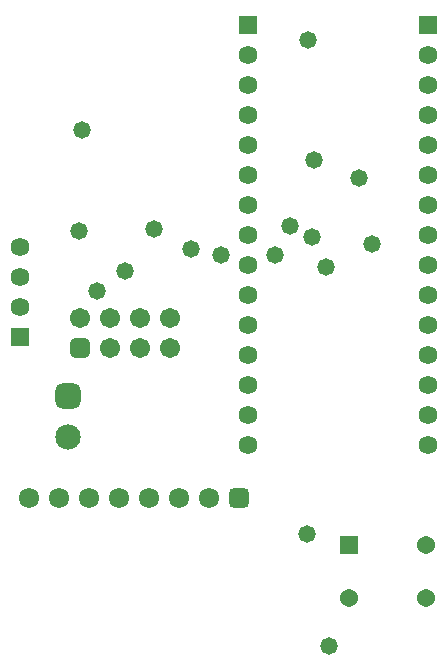
<source format=gbs>
G04*
G04 #@! TF.GenerationSoftware,Altium Limited,Altium Designer,25.6.2 (33)*
G04*
G04 Layer_Color=16711935*
%FSLAX44Y44*%
%MOMM*%
G71*
G04*
G04 #@! TF.SameCoordinates,F49642FE-DF47-4963-9727-11F46748976D*
G04*
G04*
G04 #@! TF.FilePolarity,Negative*
G04*
G01*
G75*
%ADD24C,1.7032*%
G04:AMPARAMS|DCode=25|XSize=1.7032mm|YSize=1.7032mm|CornerRadius=0.4766mm|HoleSize=0mm|Usage=FLASHONLY|Rotation=0.000|XOffset=0mm|YOffset=0mm|HoleType=Round|Shape=RoundedRectangle|*
%AMROUNDEDRECTD25*
21,1,1.7032,0.7500,0,0,0.0*
21,1,0.7500,1.7032,0,0,0.0*
1,1,0.9532,0.3750,-0.3750*
1,1,0.9532,-0.3750,-0.3750*
1,1,0.9532,-0.3750,0.3750*
1,1,0.9532,0.3750,0.3750*
%
%ADD25ROUNDEDRECTD25*%
%ADD26R,1.5900X1.5900*%
%ADD27C,1.5900*%
%ADD28R,1.5400X1.5400*%
%ADD29C,1.5400*%
G04:AMPARAMS|DCode=30|XSize=2.1532mm|YSize=2.1532mm|CornerRadius=0.5891mm|HoleSize=0mm|Usage=FLASHONLY|Rotation=270.000|XOffset=0mm|YOffset=0mm|HoleType=Round|Shape=RoundedRectangle|*
%AMROUNDEDRECTD30*
21,1,2.1532,0.9750,0,0,270.0*
21,1,0.9750,2.1532,0,0,270.0*
1,1,1.1782,-0.4875,-0.4875*
1,1,1.1782,-0.4875,0.4875*
1,1,1.1782,0.4875,0.4875*
1,1,1.1782,0.4875,-0.4875*
%
%ADD30ROUNDEDRECTD30*%
%ADD31C,2.1532*%
%ADD32C,1.7232*%
G04:AMPARAMS|DCode=33|XSize=1.7232mm|YSize=1.7232mm|CornerRadius=0.4816mm|HoleSize=0mm|Usage=FLASHONLY|Rotation=180.000|XOffset=0mm|YOffset=0mm|HoleType=Round|Shape=RoundedRectangle|*
%AMROUNDEDRECTD33*
21,1,1.7232,0.7600,0,0,180.0*
21,1,0.7600,1.7232,0,0,180.0*
1,1,0.9632,-0.3800,0.3800*
1,1,0.9632,0.3800,0.3800*
1,1,0.9632,0.3800,-0.3800*
1,1,0.9632,-0.3800,-0.3800*
%
%ADD33ROUNDEDRECTD33*%
%ADD34C,1.4732*%
D24*
X496570Y445770D02*
D03*
X471170D02*
D03*
X496570Y420370D02*
D03*
X471170D02*
D03*
X445770Y445770D02*
D03*
Y420370D02*
D03*
X420370Y445770D02*
D03*
D25*
Y420370D02*
D03*
D26*
X562610Y693420D02*
D03*
X715010D02*
D03*
X369570Y429260D02*
D03*
D27*
X715010Y668020D02*
D03*
Y337820D02*
D03*
Y363220D02*
D03*
Y388620D02*
D03*
Y414020D02*
D03*
Y439420D02*
D03*
Y464820D02*
D03*
Y490220D02*
D03*
Y515620D02*
D03*
Y541020D02*
D03*
Y566420D02*
D03*
Y591820D02*
D03*
Y617220D02*
D03*
Y642620D02*
D03*
X562610Y337820D02*
D03*
Y363220D02*
D03*
Y388620D02*
D03*
Y414020D02*
D03*
Y439420D02*
D03*
Y464820D02*
D03*
Y490220D02*
D03*
Y515620D02*
D03*
Y541020D02*
D03*
Y566420D02*
D03*
Y591820D02*
D03*
Y617220D02*
D03*
Y642620D02*
D03*
Y668020D02*
D03*
X369570Y505460D02*
D03*
Y480060D02*
D03*
Y454660D02*
D03*
D28*
X648220Y253640D02*
D03*
D29*
X713220D02*
D03*
X648220Y208640D02*
D03*
X713220D02*
D03*
D30*
X409750Y379450D02*
D03*
D31*
Y344450D02*
D03*
D32*
X377190Y293370D02*
D03*
X402590D02*
D03*
X504190D02*
D03*
X529590D02*
D03*
X478790D02*
D03*
X453390D02*
D03*
X427990D02*
D03*
D33*
X554990D02*
D03*
D34*
X458470Y485140D02*
D03*
X482600Y520700D02*
D03*
X631190Y167640D02*
D03*
X612140Y262890D02*
D03*
X585470Y499110D02*
D03*
X434880Y468630D02*
D03*
X514350Y504190D02*
D03*
X618490Y579120D02*
D03*
X613410Y680720D02*
D03*
X421640Y604520D02*
D03*
X667290Y508000D02*
D03*
X539750Y499110D02*
D03*
X419100Y519430D02*
D03*
X656590Y563880D02*
D03*
X616782Y513912D02*
D03*
X628650Y488950D02*
D03*
X598170Y523240D02*
D03*
M02*

</source>
